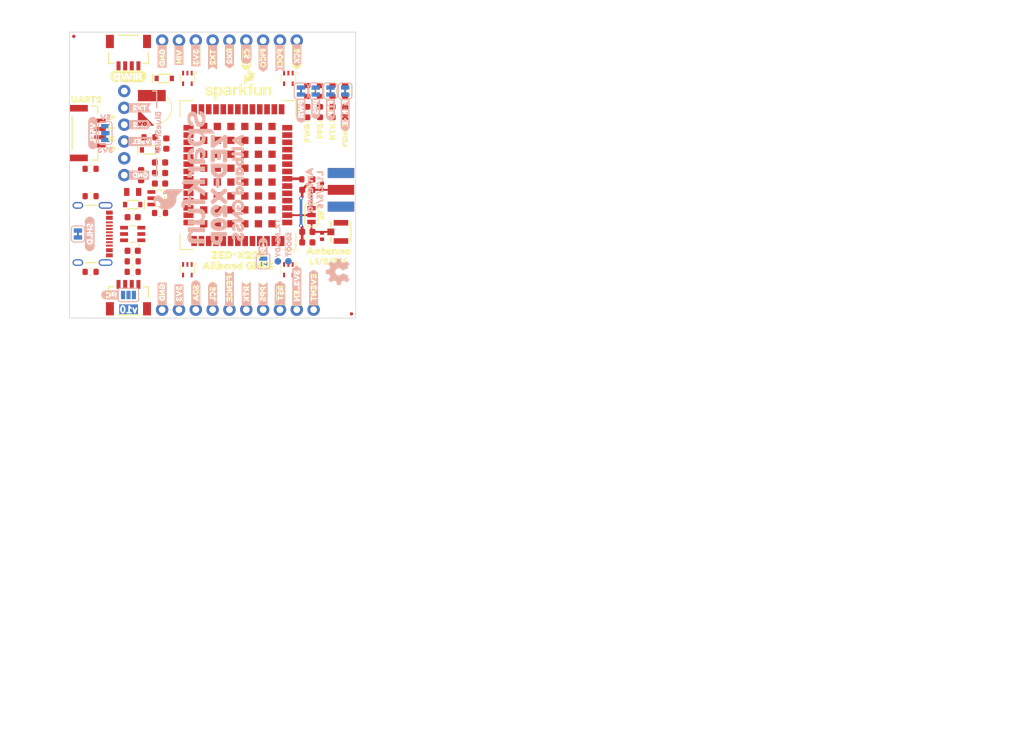
<source format=kicad_pcb>
(kicad_pcb (version 20240108) (generator "pcbnew") (generator_version "8.0")
  (title_block (comment 1 "Designed by: N. Seidle"))
  (layers (0 "F.Cu" signal) (1 "In1.Cu" signal "L2.Cu") (2 "In2.Cu" signal "L3.Cu") (31 "B.Cu" signal) (34 "B.Paste" user) (35 "F.Paste" user) (36 "B.SilkS" user "B.Silkscreen") (37 "F.SilkS" user "F.Silkscreen") (38 "B.Mask" user) (39 "F.Mask" user) (44 "Edge.Cuts" user))
  (net 0 "")
  (net 1 "GND")
  (net 3 "V_BCKP")
  (net 4 "5V")
  (net 5 "PPS")
  (net 6 "RTK_STAT")
  (net 7 "VUSB")
  (net 8 "RF_IN")
  (net 9 "EVENT")
  (net 10 "~{RESET}")
  (net 11 "3.3V")
  (net 12 "Net-(C3-Pad1)")
  (net 13 "VIN")
  (net 14 "USB_D+")
  (net 15 "Net-(J1-SHIELD)")
  (net 16 "USB_D-")
  (net 22 "Net-(D5-K)")
  (net 23 "Net-(D1-A)")
  (net 24 "Net-(D2-A)")
  (net 25 "Net-(D4-A)")
  (net 26 "Net-(J1-CC2)")
  (net 27 "Net-(J1-CC1)")
  (net 28 "Net-(JP2-A)")
  (net 29 "Net-(JP3-A)")
  (net 30 "Net-(JP5-A)")
  (net 32 "SDA{slash}~{CS}")
  (net 34 "TX1{slash}POCI")
  (net 35 "SCL{slash}SCK")
  (net 36 "RX1{slash}PICO")
  (net 37 "RX2")
  (net 39 "TX2")
  (net 41 "3V3_EN")
  (net 45 "GEO_STAT")
  (net 46 "Net-(JP9-A)")
  (net 47 "Net-(JP9-C)")
  (net 48 "Net-(JP10-B)")
  (net 49 "VCC_RF")
  (net 50 "TX_READY")
  (net 53 "~{SAFEBOOT}")
  (net 55 "Net-(D3-A2)")
  (net 56 "Net-(D14-A2)")
  (net 57 "VOUT")
  (net 58 "HV-RX2")
  (net 62 "Net-(D9-A)")
  (net 63 "Net-(JP8-A)")
  (net 64 "Net-(D6-K)")
  (footprint "SparkFun-Semiconductor-Standard:SOT-353" (layer "F.Cu") (at 153.035 110.1725 -90)
    (property "Reference" "D13")
    (property "Value" "DF5A5.6LFU")
  )
  (footprint "kibuzzard-64C2E6A3" (layer "F.Cu") (at 171.1325 89.535 90)
    (property "Reference" "kibuzzard-64C2E6A3" (hide yes))
    (property "Value" "G***" (hide yes))
  )
  (footprint "SparkFun-LED:LED_0603_1608Metric_Yellow" (layer "F.Cu") (at 173.0375 86.36 90)
    (property "Reference" "D4")
    (property "Value" "Yellow")
  )
  (footprint "kibuzzard-67EC56CE" (layer "F.Cu") (at 174.3075 108.9025)
    (property "Reference" "kibuzzard-67EC56CE" (hide yes))
    (property "Value" "G***" (hide yes))
  )
  (footprint "SparkFun-Connector:1x06" (layer "F.Cu") (at 143.51 83.185 -90)
    (property "Reference" "J2")
    (property "Value" "Conn_01x06")
  )
  (footprint "SparkFun-Connector:1x06" (layer "F.Cu") (at 159.385 116.205)
    (property "Reference" "J11")
    (property "Value" "Conn_01x06")
  )
  (footprint "kibuzzard-67EC5083" (layer "F.Cu") (at 176.8475 89.8525 90)
    (property "Reference" "kibuzzard-67EC5083" (hide yes))
    (property "Value" "G***" (hide yes))
  )
  (footprint "kibuzzard-6797CFEB" (layer "F.Cu") (at 167.005 113.82375 90)
    (property "Reference" "kibuzzard-6797CFEB" (hide yes))
    (property "Value" "G***" (hide yes))
  )
  (footprint "SparkFun-Aesthetic:Fiducial_0.5mm_Mask1mm" (layer "F.Cu") (at 135.89 74.93)
    (property "Reference" "FID3")
    (property "Value" "Fiducial_0.5mm")
  )
  (footprint "kibuzzard-6797CF40" (layer "F.Cu") (at 141.605 89.535 90)
    (property "Reference" "kibuzzard-6797CF40" (hide yes))
    (property "Value" "G***" (hide yes))
  )
  (footprint "kibuzzard-66CAA432" (layer "F.Cu") (at 149.224832 113.736388 90)
    (property "Reference" "kibuzzard-66CAA432" (hide yes))
    (property "Value" "G***" (hide yes))
  )
  (footprint "SparkFun-Resistor:R_0603_1608Metric" (layer "F.Cu") (at 138.43 94.9325)
    (property "Reference" "R8")
    (property "Value" "1k")
  )
  (footprint "SparkFun-Resistor:R_0603_1608Metric" (layer "F.Cu") (at 174.9425 83.185 90)
    (property "Reference" "R3")
    (property "Value" "1k")
  )
  (footprint "SparkFun-Capacitor:C_0603_1608Metric" (layer "F.Cu") (at 148.9075 95.5675 180)
    (property "Reference" "C5")
    (property "Value" "0.1uF")
  )
  (footprint "SparkFun-Aesthetic:qwiic_5.5mm" (layer "F.Cu") (at 144.145 80.9625)
    (property "Reference" "G***" (hide yes))
    (property "Value" "LOGO" (hide yes))
  )
  (footprint "kibuzzard-66CAA426" (layer "F.Cu") (at 151.768804 113.856059 90)
    (property "Reference" "kibuzzard-66CAA426" (hide yes))
    (property "Value" "G***" (hide yes))
  )
  (footprint "SparkFun-Connector:USB-C_16" (layer "F.Cu") (at 141.605 104.775 -90)
    (property "Reference" "J1")
    (property "Value" "USB_C_Receptacle")
  )
  (footprint "SparkFun-Hardware:Standoff" (layer "F.Cu") (at 175.895 114.935)
    (property "Reference" "ST2")
    (property "Value" "Standoff")
  )
  (footprint "SparkFun-Capacitor:C_0603_1608Metric" (layer "F.Cu") (at 149.86 91.1225 -90)
    (property "Reference" "C9")
    (property "Value" "1.0uF")
  )
  (footprint "SparkFun-Resistor:R_0603_1608Metric" (layer "F.Cu") (at 144.78 108.9025 180)
    (property "Reference" "R13")
    (property "Value" "2.2k")
  )
  (footprint "kibuzzard-67EC5939" (layer "F.Cu") (at 137.795 84.455)
    (property "Reference" "kibuzzard-67EC5939" (hide yes))
    (property "Value" "G***" (hide yes))
  )
  (footprint "SparkFun-Capacitor:C_0603_1608Metric" (layer "F.Cu") (at 171.1325 106.045)
    (property "Reference" "C3")
    (property "Value" "0.1uF")
  )
  (footprint "SparkFun-Semiconductor-Standard:SOD-323" (layer "F.Cu") (at 149.5425 81.28)
    (property "Reference" "D7")
    (property "Value" "BAT60A")
  )
  (footprint "kibuzzard-6797CFD5" (layer "F.Cu") (at 161.925 113.665 90)
    (property "Reference" "kibuzzard-6797CFD5" (hide yes))
    (property "Value" "G***" (hide yes))
  )
  (footprint "kibuzzard-64C2E6BD" (layer "F.Cu") (at 173.0375 89.2175 90)
    (property "Reference" "kibuzzard-64C2E6BD" (hide yes))
    (property "Value" "G***" (hide yes))
  )
  (footprint "SparkFun-Semiconductor-Standard:SOD-323" (layer "F.Cu") (at 147.32 92.075)
    (property "Reference" "D5")
    (property "Value" "PMEG4005EJ")
  )
  (footprint "kibuzzard-67ED9A5A" (layer "F.Cu") (at 164.465 77.94625 90)
    (property "Reference" "kibuzzard-67ED9A5A" (hide yes))
    (property "Value" "G***" (hide yes))
  )
  (footprint "SparkFun-Connector:JST_SMD_1.25mm-4_Locking" (layer "F.Cu") (at 138.1125 89.535 -90)
    (property "Reference" "J8")
    (property "Value" "JST_Locking_4")
  )
  (footprint "SparkFun-Resistor:R_0603_1608Metric" (layer "F.Cu") (at 138.43 99.06 180)
    (property "Reference" "R2")
    (property "Value" "5.1k")
  )
  (footprint "SparkFun-Resistor:R_0603_1608Metric" (layer "F.Cu") (at 173.0375 83.185 90)
    (property "Reference" "R5")
    (property "Value" "2.2k")
  )
  (footprint "kibuzzard-67ED93D1" (layer "F.Cu") (at 173.355 101.9175 90)
    (property "Reference" "kibuzzard-67ED93D1" (hide yes))
    (property "Value" "G***" (hide yes))
  )
  (footprint "SparkFun-LED:LED_0603_1608Metric_Red" (layer "F.Cu") (at 171.1325 86.36 90)
    (property "Reference" "D1")
    (property "Value" "Red")
  )
  (footprint "SparkFun-Resistor:R_0603_1608Metric" (layer "F.Cu") (at 171.1325 83.185 90)
    (property "Reference" "R4")
    (property "Value" "4.7k")
  )
  (footprint "SparkFun-Capacitor:C_0603_1608Metric" (layer "F.Cu") (at 148.9075 97.155 180)
    (property "Reference" "C2")
    (property "Value" "10uF")
  )
  (footprint "SparkFun-LED:LED_0603_1608Metric_White" (layer "F.Cu") (at 174.9425 86.36 90)
    (property "Reference" "D2")
    (property "Value" "White")
  )
  (footprint "kibuzzard-67EC530B" (layer "F.Cu") (at 159.385 113.03 90)
    (property "Reference" "kibuzzard-67EC530B" (hide yes))
    (property "Value" "G***" (hide yes))
  )
  (footprint "kibuzzard-67EC5701" (layer "F.Cu") (at 160.655 109.5375)
    (property "Reference" "kibuzzard-67EC5701" (hide yes))
    (property "Value" "G***" (hide yes))
  )
  (footprint "SparkFun-Aesthetic:Fiducial_0.5mm_Mask1mm" (layer "F.Cu") (at 177.8 116.84)
    (property "Reference" "FID4")
    (property "Value" "Fiducial_0.5mm")
  )
  (footprint "SparkFun-Capacitor:C_0402_1005Metric" (layer "F.Cu") (at 173.355 97.6275 -90)
    (property "Reference" "D3")
    (property "Value" "PESD0402")
  )
  (footprint "SparkFun-Connector:SMA_Edge" (layer "F.Cu") (at 176.2125 98.1075 -90)
    (property "Reference" "J5")
    (property "Value" "SMA_Edge")
  )
  (footprint "kibuzzard-66CAA41A" (layer "F.Cu") (at 154.305 113.572351 90)
    (property "Reference" "kibuzzard-66CAA41A" (hide yes))
    (property "Value" "G***" (hide yes))
  )
  (footprint "SparkFun-Connector:1x04" (layer "F.Cu") (at 149.225 116.205)
    (property "Reference" "J9")
    (property "Value" "I2C")
  )
  (footprint "kibuzzard-67ED9A4D" (layer "F.Cu") (at 154.305 77.7875 90)
    (property "Reference" "kibuzzard-67ED9A4D" (hide yes))
    (property "Value" "G***" (hide yes))
  )
  (footprint "SparkFun-Resistor:R_0603_1608Metric" (layer "F.Cu") (at 138.43 110.49 180)
    (property "Reference" "R1")
    (property "Value" "5.1k")
  )
  (footprint "SparkFun-Connector:JST_SMD_1.0mm-4_Black" (layer "F.Cu") (at 144.145 79.375 180)
    (property "Reference" "J7")
    (property "Value" "Qwiic_RA")
  )
  (footprint "kibuzzard-67ED9A28" (layer "F.Cu") (at 169.545 78.105 90)
    (property "Reference" "kibuzzard-67ED9A28" (hide yes))
    (property "Value" "G***" (hide yes))
  )
  (footprint "SparkFun-Hardware:Standoff" (layer "F.Cu") (at 175.895 76.835)
    (property "Reference" "ST1")
    (property "Value" "Standoff")
  )
  (footprint "SparkFun-Semiconductor-Standard:SOT23-5" (layer "F.Cu") (at 148.9075 99.3775)
    (property "Reference" "U2")
    (property "Value" "RT9080-3.3")
  )
  (footprint "SparkFun-Connector:U.FL" (layer "F.Cu") (at 176.2125 104.4575 180)
    (property "Reference" "J10")
    (property "Value" "U.FL")
  )
  (footprint "SparkFun-Aesthetic:SparkFun_Logo_10mm" (layer "F.Cu") (at 160.655 83.185)
    (property "Reference" "G***")
    (property "Value" "LOGO" (hide yes))
  )
  (footprint "SparkFun-Capacitor:C_0603_1608Metric" (layer "F.Cu") (at 148.9075 93.98 180)
    (property "Reference" "C8")
    (property "Value" "33pF")
  )
  (footprint "SparkFun-Capacitor:C_0603_1608Metric" (layer "F.Cu") (at 171.1325 98.1075 180)
    (property "Reference" "L1")
    (property "Value" "33nH")
  )
  (footprint "kibuzzard-67ED9ED8" (layer "F.Cu") (at 169.545 114.3 90)
    (property "Reference" "kibuzzard-67ED9ED8" (hide yes))
    (property "Value" "G***" (hide yes))
  )
  (footprint "kibuzzard-6797CFD9" (layer "F.Cu") (at 164.465 113.665 90)
    (property "Reference" "kibuzzard-6797CFD9" (hide yes))
    (property "Value" "G***" (hide yes))
  )
  (footprint "kibuzzard-6797CE4B" (layer "F.Cu") (at 159.385 78.105 90)
    (property "Reference" "kibuzzard-6797CE4B" (hide yes))
    (property "Value" "G***" (hide yes))
  )
  (footprint "SparkFun-Capacitor:C_0603_1608Metric" (layer "F.Cu") (at 144.78 102.235)
    (property "Reference" "C7")
    (property "Value" "0.1uF")
  )
  (footprint "SparkFun-Semiconductor-Standard:SOT-353" (layer "F.Cu") (at 168.275 110.1725 -90)
    (property "Reference" "D12")
    (property "Value" "DF5A5.6LFU")
  )
  (footprint "SparkFun-Connector:1x09" (layer "F.Cu") (at 169.545 75.565 180)
    (property "Reference" "J3")
    (property "Value" "Conn_01x09")
  )
  (footprint "SparkFun-Resistor:R_0603_1608Metric" (layer "F.Cu") (at 176.8475 83.185 90)
    (property "Reference" "R11")
    (property "Value" "2.2k")
  )
  (footprint "SparkFun-Semiconductor-Standard:SOT-353" (layer "F.Cu") (at 168.275 81.28 -90)
    (property "Reference" "D10")
    (property "Value" "DF5A5.6LFU")
  )
  (footprint "kibuzzard-66CAA594" (layer "F.Cu") (at 156.845 113.665 90)
    (property "Reference" "kibuzzard-66CAA594" (hide yes))
    (property "Value" "G***" (hide yes))
  )
  (footprint "SparkFun-Fuse:0805" (layer "F.Cu") (at 144.78 98.425 180)
    (property "Reference" "F1")
    (property "Value" "6V/0.5A/1A")
  )
  (footprint "kibuzzard-67EC52E7" (layer "F.Cu") (at 151.765 77.7875 90)
    (property "Reference" "kibuzzard-67EC52E7" (hide yes))
    (property "Value" "G***" (hide yes))
  )
  (footprint "kibuzzard-6797CE3B" (layer "F.Cu") (at 149.225 77.94625 90)
    (property "Reference" "kibuzzard-6797CE3B" (hide yes))
    (property "Value" "G***" (hide yes))
  )
  (footprint "kibuzzard-67ED9A5D" (layer "F.Cu") (at 167.005 77.94625 90)
    (property "Reference" "kibuzzard-67ED9A5D" (hide yes))
    (property "Value" "G***" (hide yes))
  )
  (footprint "SparkFun-Capacitor:C_0402_1005Metric" (layer "F.Cu") (at 173.355 105.0925 90)
    (property "Reference" "D14")
    (property "Value" "PESD0402")
  )
  (footprint "SparkFun-Connector:JST_SMD_1.0mm-4_Black" (layer "F.Cu") (at 144.145 112.395)
    (property "Reference" "J4")
    (property "Value" "Qwiic_RA")
  )
  (footprint "SparkFun-Semiconductor-Standard:SOT23-6" (layer "F.Cu") (at 144.78 104.775 180)
    (property "Reference" "U1")
    (property "Value" "DT1042-04SO")
  )
  (footprint "kibuzzard-6797CE48" (layer "F.Cu") (at 156.845 78.105 90)
    (property "Reference" "kibuzzard-6797CE48" (hide yes))
    (property "Value" "G***" (hide yes))
  )
  (footprint "SparkFun-LED:LED_0603_1608Metric_Blue" (layer "F.Cu") (at 176.8475 86.36 90)
    (property "Reference" "D9")
    (property "Value" "Blue")
  )
  (footprint "kibuzzard-67EC56E0" (layer "F.Cu") (at 174.3075 107.315)
    (property "Reference" "kibuzzard-67EC56E0" (hide yes))
    (property "Value" "G***" (hide yes))
  )
  (footprint "kibuzzard-67EC56FC" (layer "F.Cu") (at 160.655 107.95)
    (property "Reference" "kibuzzard-67EC56FC" (hide yes))
    (property "Value" "G***" (hide yes))
  )
  (footprint "SparkFun-Capacitor:C_0603_1608Metric" (layer "F.Cu") (at 146.05 95.885 90)
    (property "Reference" "C1")
    (property "Value" "0.1uF")
  )
  (footprint "kibuzzard-64C2E6D6" (layer "F.Cu") (at 174.945503 89.33039 90)
    (property "Reference" "kibuzzard-64C2E6D6" (hide yes))
    (property "Value" "G***" (hide yes))
  )
  (footprint "SparkFun-Battery:ML414H_IV01E" (layer "F.Cu") (at 148.2725 85.725 180)
    (property "Reference" "BT1")
    (property "Value" "6.8mm_ML414H")
  )
  (footprint "kibuzzard-66CAA7B2" (layer "F.Cu") (at 172.085 112.87125 90)
    (property "Reference" "kibuzzard-66CAA7B2" (hide yes))
    (property "Value" "G***" (hide yes))
  )
  (footprint "SparkFun-Semiconductor-Standard:SOT-353" (layer "F.Cu") (at 153.035 81.28 -90)
    (property "Reference" "D8")
    (property "Value" "DF5A5.6LFU")
  )
  (footprint "SparkFun-Capacitor:C_0603_1608Metric" (layer "F.Cu") (at 144.78 107.315)
    (property "Reference" "C13")
    (property "Value" "1.0uF")
  )
  (footprint "SparkFun-Resistor:R_0603_1608Metric" (layer "F.Cu") (at 148.9075 101.6)
    (property "Reference" "R9")
    (property "Value" "100k")
  )
  (footprint "SparkFun-Semiconductor-Standard:SOD-323" (layer "F.Cu") (at 144.78 100.33 180)
    (property "Reference" "D6")
    (property "Value" "BAT60A")
  )
  (footprint "SparkFun-Aesthetic:Creative_Commons_License" (layer "F.Cu") (at 232.41 159.385)
    (property "Reference" "G1" (hide yes))
    (property "Value" "OSHW_Logo" (hide yes))
  )
  (footprint "SparkFun-Resistor:R_0603_1608Metric" (layer "F.Cu") (at 171.1325 96.52)
    (property "Reference" "R6")
    (property "Value" "10")
  )
  (footprint "SparkFun-Hardware:Standoff" (layer "F.Cu") (at 137.795 76.835)
    (property "Reference" "ST3")
    (property "Value" "Standoff")
  )
  (footprint "SparkFun-Capacitor:C_0603_1608Metric" (layer "F.Cu") (at 171.1325 104.4575 180)
    (property "Reference" "L2")
    (property "Value" "33nH")
  )
  (footprint "SparkFun-Resistor:R_0603_1608Metric" (layer "F.Cu") (at 144.78 110.49 180)
    (property "Reference" "R12")
    (property "Value" "2.2k")
  )
  (footprint "SparkFun-Jumper:Jumper_3_NC-1_Trace" (layer "F.Cu") (at 171.7675 101.9175 -90)
    (property "Reference" "JP1")
    (property "Value" "RF")
  )
  (footprint "SparkFun-Resistor:R_0603_1608Metric" (layer "F.Cu") (at 147.32 90.17 180)
    (property "Reference" "R7")
    (property "Value" "1k")
  )
  (footprint "SparkFun-GPS:ZED-F9" (layer "F.Cu") (at 160.655 95.885 90)
    (property "Reference" "U5")
    (property "Value" "ZED-X20P")
  )
  (footprint "kibuzzard-67ED9A70" (layer "F.Cu") (at 161.925 78.105 90)
    (property "Reference" "kibuzzard-67ED9A70" (hide yes))
    (property "Value" "G***" (hide yes))
  )
  (footprint "SparkFun-Hardware:Standoff" (layer "F.Cu") (at 137.795 114.935)
    (property "Reference" "ST4")
    (property "Value" "Standoff")
  )
  (footprint "SparkFun-Jumper:Jumper_3_NO" (layer "B.Cu") (at 144.145 113.9825 180)
    (property "Reference" "JP9")
    (property "Value" "I2C")
  )
  (footprint "kibuzzard-67EC56CE" (layer "B.Cu") (at 173.0375 98.1075 -90)
    (property "Reference" "kibuzzard-67EC56CE" (hide yes))
    (property "Value" "G***" (hide yes))
  )
  (footprint "SparkFun-Jumper:Jumper_3_NC-1_Trace" (layer "B.Cu") (at 140.6525 89.535 90)
    (property "Reference" "JP4")
    (property "Value" "~")
  )
  (footprint "kibuzzard-6797D08B" (layer "B.Cu") (at 164.465 113.82375 -90)
    (property "Reference" "kibuzzard-6797D08B" (hide yes))
    (property "Value" "G***" (hide yes))
  )
  (footprint "kibuzzard-6797D229" (layer "B.Cu") (at 169.545 77.7875 -90)
    (property "Reference" "kibuzzard-6797D229" (hide yes))
    (property "Value" "G***" (hide yes))
  )
  (footprint "kibuzzard-67EC55E2" (layer "B.Cu") (at 141.2875 113.9825 180)
    (property "Reference" "kibuzzard-67EC55E2" (hide yes))
    (property "Value" "G***" (hide yes))
  )
  (footprint "SparkFun-Jumper:Jumper_2_NC_Trace" (layer "B.Cu") (at 172.4025 83.185 -90)
    (property "Reference" "JP3")
    (property "Value" "~")
  )
  (footprint "kibuzzard-6797D058" (layer "B.Cu") (at 145.7325 95.885 180)
    (property "Reference" "kibuzzard-6797D058" (hide yes))
    (property "Value" "G***" (hide yes))
  )
  (footprint "kibuzzard-6797D07B" (layer "B.Cu") (at 154.305 113.665 -90)
    (property "Reference" "kibuzzard-6797D07B" (hide yes))
    (property "Value" "G***" (hide yes))
  )
  (footprint "kibuzzard-64C3DF93" (layer "B.Cu") (at 138.298792 104.775 -90)
    (property "Reference" "kibuzzard-64C3DF93" (hide yes))
    (property "Value" "G***" (hide yes))
  )
  (footprint "kibuzzard-6797D0B5" (layer "B.Cu") (at 154.305 77.851 -90)
    (property "Reference" "kibuzzard-6797D0B5" (hide yes))
    (property "Value" "G***" (hide yes))
  )
  (footprint "kibuzzard-6797D04A" (layer "B.Cu") (at 145.89125 85.725 180)
    (property "Reference" "kibuzzard-6797D04A" (hide yes))
    (property "Value" "G***" (hide yes))
  )
  (footprint "SparkFun-Jumper:Jumper_2_NC_Trace" (layer "B.Cu") (at 136.52125 104.775 -90)
    (property "Reference" "JP7")
    (property "Value" "~")
  )
  (footprint "kibuzzard-6797D096" (layer "B.Cu") (at 172.085 112.87125 -90)
    (property "Reference" "kibuzzard-6797D096" (hide yes))
    (property "Value" "G***" (hide yes))
  )
  (footprint "kibuzzard-67EC532A" (layer "B.Cu") (at 159.385 113.03 -90)
    (property "Reference" "kibuzzard-67EC532A" (hide yes))
    (property "Value" "G***" (hide yes))
  )
  (footprint "SparkFun-Jumper:Jumper_2_NC_Trace" (layer "B.Cu") (at 176.8475 83.185 -90)
    (property "Reference" "JP8")
    (property "Value" "~")
  )
  (footprint "kibuzzard-6797D21D" (layer "B.Cu") (at 167.005 78.26375 -90)
    (property "Reference" "kibuzzard-6797D21D" (hide yes))
    (property "Value" "G***" (hide yes))
  )
  (footprint "SparkFun-Connector:TestPoint-1.0mm" (layer "B.Cu") (at 168.275 108.9025 180)
    (property "Reference" "TP4")
    (property "Value" "1.0mm")
  )
  (footprint "kibuzzard-6797D071" (layer "B.Cu") (at 151.765 113.9825 -90)
    (property "Reference" "kibuzzard-6797D071" (hide yes))
    (property "Value" "G***" (hide yes))
  )
  (footprint "kibuzzard-6797D081" (layer "B.Cu") (at 156.845 113.82375 -90)
    (property "Reference" "kibuzzard-6797D081" (hide yes))
    (property "Value" "G***" (hide yes))
  )
  (footprint "kibuzzard-67EC559E" (layer "B.Cu") (at 174.625 86.0425 -90)
    (property "Reference" "kibuzzard-67EC559E" (hide yes))
    (property "Value" "G***" (hide yes))
  )
  (footprint "kibuzzard-67EC5C53" (layer "B.Cu") (at 164.465 106.68 -90)
    (property "Reference" "kibuzzard-67EC5C53" (hide yes))
    (property "Value" "G***" (hide yes))
  )
  (footprint "kibuzzard-67ED9D32" (layer "B.Cu") (at 160.655 97.79 -90)
    (property "Reference" "kibuzzard-67ED9D32" (hide yes))
    (property "Value" "G***" (hide yes))
  )
  (footprint "kibuzzard-6797D093" (layer "B.Cu") (at 169.545 112.55375 -90)
    (property "Reference" "kibuzzard-6797D093" (hide yes))
    (property "Value" "G***" (hide yes))
  )
  (footprint "kibuzzard-6797D086" (layer "B.Cu") (at 161.925 113.82375 -90)
    (property "Reference" "kibuzzard-6797D086" (hide yes))
    (property "Value" "G***" (hide yes))
  )
  (footprint "kibuzzard-6797D0B9" (layer "B.Cu") (at 156.845 78.105 -90)
    (property "Reference" "kibuzzard-6797D0B9" (hide yes))
    (property "Value" "G***" (hide yes))
  )
  (footprint "kibuzzard-6797D0BE" (layer "B.Cu") (at 159.385 77.94625 -90)
    (property "Reference" "kibuzzard-6797D0BE" (hide yes))
    (property "Value" "G***" (hide yes))
  )
  (footprint "SparkFun-Aesthetic:SparkFun_Logo_20mm" (layer "B.Cu") (at 154.305 95.885 -90)
    (property "Reference" "G***" (hide yes))
    (property "Value" "LOGO" (hide yes))
  )
  (footprint "kibuzzard-6797D06C" (layer "B.Cu") (at 149.224832 113.82375 -90)
    (property "Reference" "kibuzzard-6797D06C" (hide yes))
    (property "Value" "G***" (hide yes))
  )
  (footprint "kibuzzard-67EC5590" (layer "B.Cu") (at 172.4025 85.8393 -90)
    (property "Reference" "kibuzzard-67EC5590" (hide yes))
    (property "Value" "G***" (hide yes))
  )
  (footprint "kibuzzard-6797D0AD" (layer "B.Cu") (at 149.225 77.94625 -90)
    (property "Reference" "kibuzzard-6797D0AD" (hide yes))
    (property "Value" "G***" (hide yes))
  )
  (footprint "kibuzzard-67EC56E0" (layer "B.Cu") (at 171.45 98.1075 -90)
    (property "Reference" "kibuzzard-67EC56E0" (hide yes))
    (property "Value" "G***" (hide yes))
  )
  (footprint "kibuzzard-6797D04F" (layer "B.Cu") (at 145.89125 88.265 180)
    (property "Reference" "kibuzzard-6797D04F" (hide yes))
    (property "Value" "G***" (hide yes))
  )
  (footprint "SparkFun-Aesthetic:OSHW_Logo_4mm" (layer "B.Cu") (at 175.895 110.49 -90)
    (property "Reference" "Ref**" (hide yes))
    (property "Value" "Val**" (hide yes))
  )
  (footprint "kibuzzard-67EC52D7" (layer "B.Cu") (at 151.765 77.7875 -90)
    (property "Reference" "kibuzzard-67EC52D7" (hide yes))
    (property "Value" "G***" (hide yes))
  )
  (footprint "kibuzzard-66CB830B" (layer "B.Cu") (at 140.6525 87.15375 180)
    (property "Reference" "kibuzzard-66CB830B" (hide yes))
    (property "Value" "G***" (hide yes))
  )
  (footprint "kibuzzard-67EC5004" (layer "B.Cu") (at 166.6875 105.41 -90)
    (property "Reference" "kibuzzard-67EC5004" (hide yes))
    (property "Value" "G***" (hide yes))
  )
  (footprint "SparkFun-Jumper:Jumper_2_NO" (layer "B.Cu") (at 164.465 108.9025 -90)
    (property "Reference" "JP10")
    (property "Value" "SPI")
  )
  (footprint "kibuzzard-6797D1E0" (layer "B.Cu") (at 161.925 77.62875 -90)
    (property "Reference" "kibuzzard-6797D1E0" (hide yes))
    (property "Value" "G***" (hide yes))
  )
  (footprint "kibuzzard-67EC55A8" (layer "B.Cu") (at 176.8475 86.7918 -90)
    (property "Reference" "kibuzzard-67EC55A8" (hide yes))
    (property "Value" "G***" (hide yes))
  )
  (footprint "kibuzzard-6797D08F" (layer "B.Cu") (at 167.005 113.665 -90)
    (property "Reference" "kibuzzard-6797D08F" (hide yes))
    (property "Value" "G***" (hide yes))
  )
  (footprint "SparkFun-Jumper:Jumper_2_NC_Trace" (layer "B.Cu") (at 170.18 83.185 -90)
    (property "Reference" "JP2")
    (property "Value" "~")
  )
  (footprint "SparkFun-Connector:TestPoint-1.0mm" (layer "B.Cu") (at 166.6875 108.9025 180)
    (property "Reference" "TP1")
    (property "Value" "1.0mm")
  )
  (footprint "kibuzzard-67EC572D" (layer "B.Cu") (at 157.7975 98.1075 -90)
    (property "Reference" "kibuzzard-67EC572D" (hide yes))
    (property "Value" "G***" (hide yes))
  )
  (footprint "kibuzzard-66CB82FB" (layer "B.Cu") (at 140.6525 92.075 180)
    (property "Reference" "kibuzzard-66CB82FB" (hide yes))
    (property "Value" "G***" (hide yes))
  )
  (footprint "kibuzzard-6501FDDA" (layer "B.Cu") (at 148.59 89.535 -90)
    (property "Reference" "kibuzzard-6501FDDA" (hide yes))
    (property "Value" "G***" (hide yes))
  )
  (footprint "kibuzzard-66CB829C" (layer "B.Cu") (at 138.7475 89.535 -90)
    (property "Reference" "kibuzzard-66CB829C" (hide yes))
    (property "Value" "G***" (hide yes))
  )
  (footprint "kibuzzard-67EC5549" (layer "B.Cu") (at 168.275 106.3625 -90)
    (property "Reference" "kibuzzard-67EC5549" (hide yes))
    (property "Value" "G***" (hide yes))
  )
  (footprint "kibuzzard-67ED9C3D" (layer "B.Cu") (at 145.89125 90.805 180)
    (property "Reference" "kibuzzard-67ED9C3D" (hide yes))
    (property "Value" "G***" (hide yes))
  )
  (footprint "SparkFun-Jumper:Jumper_2_NC_Trace" (layer "B.Cu") (at 174.625 83.185 -90)
    (property "Reference" "JP5")
    (property "Value" "~")
  )
  (footprint "kibuzzard-6797D214" (layer "B.Cu") (at 164.465 78.26375 -90)
    (property "Reference" "kibuzzard-6797D214" (hide yes))
    (property "Value" "G***" (hide yes))
  )
  (footprint "kibuzzard-67EC5586" (layer "B.Cu") (at 170.18 86.1568 -90)
    (property "Reference" "kibuzzard-67EC5586" (hide yes))
    (property "Value" "G***" (hide yes))
  )
  (gr_line (start 148.3995 95.885) (end 147.7645 95.885) (stroke (width 0.2032)) (layer "B.SilkS"))
  (gr_line (start 148.3995 83.185) (end 147.7645 83.185) (stroke (width 0.2032)) (layer "B.SilkS"))
  (gr_line (start 148.3995 85.725) (end 148.3995 83.185) (stroke (width 0.2032)) (layer "B.SilkS"))
  (gr_line (start 148.3995 93.345) (end 148.3995 95.885) (stroke (width 0.2032)) (layer "B.SilkS"))
  (gr_rect (start 135.255 74.295) (end 178.435 117.475) (stroke (width 0.1)) (fill none) (layer "Edge.Cuts"))
  (gr_text "v10" (at 144.145 116.205 0) (layer "B.Cu" knockout) (effects (font (size 1 1) (thickness 0.25) (bold yes)) (justify mirror)))
  (segment (start 171.75 101.935) (end 171.7675 101.9175) (width 0.28194) (layer "F.Cu") (net 8))
  (segment (start 168.105 101.935) (end 171.75 101.935) (width 0.28194) (layer "F.Cu") (net 8))
  (segment (start 170.3575 99.2) (end 170.18 99.3775) (width 0.4064) (layer "F.Cu") (net 12))
  (segment (start 171.945 96.52) (end 170.3575 98.1075) (width 0.4064) (layer "F.Cu") (net 12))
  (segment (start 171.9575 96.52) (end 171.945 96.52) (width 0.4064) (layer "F.Cu") (net 12))
  (segment (start 170.3575 103.6825) (end 170.18 103.505) (width 0.4064) (layer "F.Cu") (net 12))
  (segment (start 170.3575 104.4575) (end 170.3575 103.6825) (width 0.4064) (layer "F.Cu") (net 12))
  (segment (start 170.3575 106.045) (end 170.3575 104.4575) (width 0.4064) (layer "F.Cu") (net 12))
  (segment (start 170.3575 98.1075) (end 170.3575 99.2) (width 0.4064) (layer "F.Cu") (net 12))
  (via (at 170.18 103.505) (size 0.56) (drill 0.3) (layers "F.Cu" "B.Cu") (net 12))
  (via (at 170.18 99.3775) (size 0.56) (drill 0.3) (layers "F.Cu" "B.Cu") (net 12))
  (segment (start 170.18 99.3775) (end 170.18 103.505) (width 0.4064) (layer "B.Cu") (net 12))
  (segment (start 170.2225 96.435) (end 170.3075 96.52) (width 0.4064) (layer "F.Cu") (net 49))
  (segment (start 168.105 96.435) (end 170.2225 96.435) (width 0.4064) (layer "F.Cu") (net 49))
  (segment (start 173.355 98.1075) (end 176.2125 98.1075) (width 0.28194) (layer "F.Cu") (net 55))
  (segment (start 171.7675 100.8761) (end 171.7675 98.2475) (width 0.28194) (layer "F.Cu") (net 55))
  (segment (start 171.7675 98.2475) (end 171.9075 98.1075) (width 0.28194) (layer "F.Cu") (net 55))
  (segment (start 171.9075 98.1075) (end 173.355 98.1075) (width 0.28194) (layer "F.Cu") (net 55))
  (segment (start 171.7675 104.3175) (end 171.9075 104.4575) (width 0.28194) (layer "F.Cu") (net 56))
  (segment (start 171.7675 102.9589) (end 171.7675 104.3175) (width 0.28194) (layer "F.Cu") (net 56))
  (segment (start 171.9075 104.4575) (end 173.355 104.4575) (width 0.28194) (layer "F.Cu") (net 56))
  (segment (start 173.355 104.4575) (end 174.6875 104.4575) (width 0.28194) (layer "F.Cu") (net 56))
  (segment (start 173.355 104.6125) (end 173.355 104.4575) (width 0.28194) (layer "F.Cu") (net 56))
)
</source>
